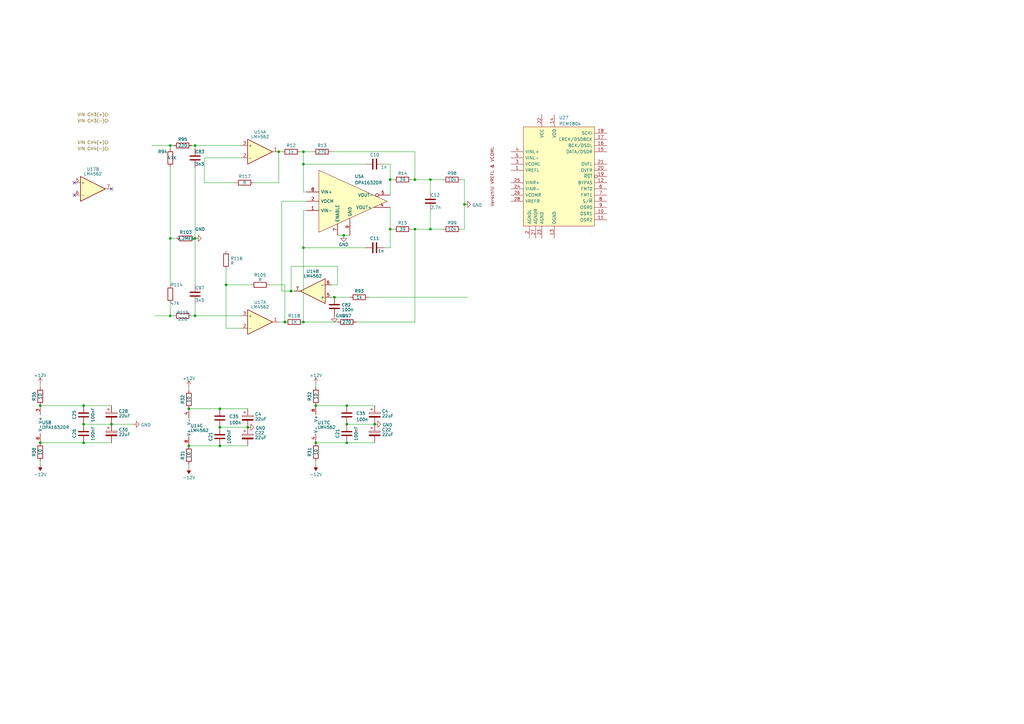
<source format=kicad_sch>
(kicad_sch (version 20230121) (generator eeschema)
  (paper "A3")
  (lib_symbols
    (symbol "Amplifier_Operational:LM4562" (pin_names (offset 0.127))
      (property "Reference" "U" (at 0 5.08 0))
      (property "Value" "LM4562" (at 0 -5.08 0))
      (symbol "LM4562_1_1"
        (polyline (pts (xy -5.08 5.08) (xy 5.08 0) (xy -5.08 -5.08) (xy -5.08 5.08)) (stroke (width 0.254)) (fill (type background)))
        (pin output line (at 7.62 0 180) (length 2.54) (name "~") (number "1"))
        (pin input line (at -7.62 -2.54 0) (length 2.54) (name "-") (number "2"))
        (pin input line (at -7.62 2.54 0) (length 2.54) (name "+") (number "3"))
      )
      (symbol "LM4562_2_1"
        (polyline (pts (xy -5.08 5.08) (xy 5.08 0) (xy -5.08 -5.08) (xy -5.08 5.08)) (stroke (width 0.254)) (fill (type background)))
        (pin input line (at -7.62 2.54 0) (length 2.54) (name "+") (number "5"))
        (pin input line (at -7.62 -2.54 0) (length 2.54) (name "-") (number "6"))
        (pin output line (at 7.62 0 180) (length 2.54) (name "~") (number "7"))
      )
      (symbol "LM4562_3_1"
        (pin power_in line (at -2.54 -7.62 90) (length 3.81) (name "V-") (number "4"))
        (pin power_in line (at -2.54 7.62 270) (length 3.81) (name "V+") (number "8"))
      )
    )
    (symbol "Audio-DSP:OPA1632DR" (pin_names (offset 0.762)) (in_bom no) (on_board no)
      (property "Reference" "U" (at 8.89 11.43 0))
      (property "Value" "OPA1632DR" (at 8.89 8.89 0))
      (symbol "OPA1632DR_1_0"
        (pin passive line (at -15.24 -2.54 0) (length 5.08) (name "VIN-") (number "1"))
        (pin passive line (at -15.24 1.27 0) (length 5.08) (name "VOCM") (number "2"))
        (pin passive line (at 19.05 -1.27 180) (length 6.7056) (name "VOUT+") (number "4"))
        (pin passive inverted (at 19.05 3.81 180) (length 5.9944) (name "VOUT-") (number "5"))
        (pin passive line (at -2.54 -12.7 90) (length 4.699) (name "ENABLE") (number "7"))
        (pin passive line (at -15.24 5.08 0) (length 5.08) (name "VIN+") (number "8"))
      )
      (symbol "OPA1632DR_1_1"
        (polyline (pts (xy -10.16 13.97) (xy 17.78 1.27) (xy -10.16 -11.43) (xy -10.16 13.97)) (stroke (width 0.1524)) (fill (type background)))
        (pin passive line (at 2.54 -12.7 90) (length 6.9088) (name "GND") (number "9"))
      )
      (symbol "OPA1632DR_2_0"
        (pin passive line (at 0 7.62 270) (length 3.81) (name "V+") (number "3"))
        (pin passive line (at 0 -7.62 90) (length 3.81) (name "V-") (number "6"))
      )
    )
    (symbol "Audio-DSP:PCM1804" (pin_names (offset 0.762))
      (property "Reference" "U" (at 15.24 24.13 0))
      (property "Value" "PCM1804" (at 10.16 21.59 0))
      (symbol "PCM1804_0_1"
        (rectangle (start -10.16 20.32) (end 19.05 -20.32) (stroke (width 0.1524)) (fill (type background)))
        (rectangle (start 17.78 -22.86) (end 17.78 -22.86) (stroke (width 0.1524)))
      )
      (symbol "PCM1804_1_1"
        (text "Verschill VREFL & VCOML" (at -22.86 0 900) (effects (font (size 1.27 1.27))))
        (pin output line (at -15.24 2.54 0) (length 5.08) (name "VREFL") (number "1"))
        (pin input line (at 24.13 -15.24 180) (length 5.08) (name "OSR1") (number "10"))
        (pin input line (at 24.13 -17.78 180) (length 5.08) (name "OSR2") (number "11"))
        (pin input line (at 24.13 -2.54 180) (length 5.08) (name "BYPAS") (number "12"))
        (pin power_in line (at 2.54 -25.4 90) (length 5.08) (name "DGND") (number "13"))
        (pin power_in line (at 2.54 25.4 270) (length 5.08) (name "VDD") (number "14"))
        (pin output line (at 24.13 10.16 180) (length 5.08) (name "DATA/DSDR") (number "15"))
        (pin output line (at 24.13 12.7 180) (length 5.08) (name "BCK/DSDL") (number "16"))
        (pin output line (at 24.13 15.24 180) (length 5.08) (name "LRCK/DSDBCK") (number "17"))
        (pin input line (at 24.13 17.78 180) (length 5.08) (name "SCKI") (number "18"))
        (pin input inverted (at 24.13 0 180) (length 5.08) (name "~{RST}") (number "19"))
        (pin power_in line (at -7.62 -25.4 90) (length 5.08) (name "AGNDL") (number "2"))
        (pin output line (at 24.13 2.54 180) (length 5.08) (name "OVFR") (number "20"))
        (pin output line (at 24.13 5.08 180) (length 5.08) (name "OVFL") (number "21"))
        (pin power_in line (at -2.54 25.4 270) (length 5.08) (name "VCC") (number "22"))
        (pin power_in line (at -2.54 -25.4 90) (length 5.08) (name "AGND") (number "23"))
        (pin input line (at -15.24 -5.08 0) (length 5.08) (name "VINR-") (number "24"))
        (pin input line (at -15.24 -2.54 0) (length 5.08) (name "VINR+") (number "25"))
        (pin output line (at -15.24 -7.62 0) (length 5.08) (name "VCOMR") (number "26"))
        (pin power_in line (at -5.08 -25.4 90) (length 5.08) (name "AGNDR") (number "27"))
        (pin output line (at -15.24 -10.16 0) (length 5.08) (name "VREFR") (number "28"))
        (pin output line (at -15.24 5.08 0) (length 5.08) (name "VCOML") (number "3"))
        (pin input line (at -15.24 10.16 0) (length 5.08) (name "VINL+") (number "4"))
        (pin input line (at -15.24 7.62 0) (length 5.08) (name "VINL-") (number "5"))
        (pin input line (at 24.13 -5.08 180) (length 5.08) (name "FMT0") (number "6"))
        (pin input line (at 24.13 -7.62 180) (length 5.08) (name "FMT1") (number "7"))
        (pin input line (at 24.13 -10.16 180) (length 5.08) (name "S/~{M}") (number "8"))
        (pin input line (at 24.13 -12.7 180) (length 5.08) (name "OSR0") (number "9"))
      )
    )
    (symbol "Device:C" (pin_numbers hide) (pin_names (offset 0.254))
      (property "Reference" "C" (at 0.635 2.54 0))
      (property "Value" "C" (at 0.635 -2.54 0))
      (symbol "C_0_1"
        (polyline (pts (xy -2.032 -0.762) (xy 2.032 -0.762)) (stroke (width 0.508)))
        (polyline (pts (xy -2.032 0.762) (xy 2.032 0.762)) (stroke (width 0.508)))
      )
      (symbol "C_1_1"
        (pin passive line (at 0 3.81 270) (length 2.794) (name "~") (number "1"))
        (pin passive line (at 0 -3.81 90) (length 2.794) (name "~") (number "2"))
      )
    )
    (symbol "Device:C_Polarized" (pin_numbers hide) (pin_names (offset 0.254))
      (property "Reference" "C" (at 0.635 2.54 0))
      (property "Value" "C_Polarized" (at 0.635 -2.54 0))
      (symbol "C_Polarized_0_1"
        (rectangle (start -2.286 0.508) (end 2.286 1.016))
        (polyline (pts (xy -1.778 2.286) (xy -0.762 2.286)))
        (polyline (pts (xy -1.27 2.794) (xy -1.27 1.778)))
        (rectangle (start 2.286 -0.508) (end -2.286 -1.016) (fill (type outline)))
      )
      (symbol "C_Polarized_1_1"
        (pin passive line (at 0 3.81 270) (length 2.794) (name "~") (number "1"))
        (pin passive line (at 0 -3.81 90) (length 2.794) (name "~") (number "2"))
      )
    )
    (symbol "Device:R" (pin_numbers hide) (pin_names (offset 0))
      (property "Reference" "R" (at 2.032 0 90))
      (property "Value" "R" (at 0 0 90))
      (symbol "R_0_1"
        (rectangle (start -1.016 -2.54) (end 1.016 2.54) (stroke (width 0.254)))
      )
      (symbol "R_1_1"
        (pin passive line (at 0 3.81 270) (length 1.27) (name "~") (number "1"))
        (pin passive line (at 0 -3.81 90) (length 1.27) (name "~") (number "2"))
      )
    )
    (symbol "power:+12V" (power) (pin_names (offset 0))
      (property "Value" "+12V" (at 0 3.556 0))
      (symbol "+12V_0_1"
        (polyline (pts (xy -0.762 1.27) (xy 0 2.54)))
        (polyline (pts (xy 0 0) (xy 0 2.54)))
        (polyline (pts (xy 0 2.54) (xy 0.762 1.27)))
      )
      (symbol "+12V_1_1"
        (pin power_in line (at 0 0 90) (length 0) hide (name "+12V") (number "1"))
      )
    )
    (symbol "power:-12V" (power) (pin_names (offset 0))
      (property "Value" "-12V" (at 0 3.81 0))
      (symbol "-12V_0_0"
        (pin power_in line (at 0 0 90) (length 0) hide (name "-12V") (number "1"))
      )
      (symbol "-12V_0_1"
        (polyline (pts (xy 0 0) (xy 0 1.27) (xy 0.762 1.27) (xy 0 2.54) (xy -0.762 1.27) (xy 0 1.27)) (fill (type outline)))
      )
    )
    (symbol "power:GND" (power) (pin_names (offset 0))
      (property "Value" "GND" (at 0 -3.81 0))
      (symbol "GND_0_1"
        (polyline (pts (xy 0 0) (xy 0 -1.27) (xy 1.27 -1.27) (xy 0 -2.54) (xy -1.27 -1.27) (xy 0 -1.27)))
      )
      (symbol "GND_1_1"
        (pin power_in line (at 0 0 270) (length 0) hide (name "GND") (number "1"))
      )
    )
  )
  (junction (at 69.85 97.79))
  (junction (at 80.01 129.54))
  (junction (at 34.29 181.61))
  (junction (at 142.24 181.61))
  (junction (at 170.18 93.98))
  (junction (at 129.54 181.61))
  (junction (at 176.53 93.98))
  (junction (at 116.84 132.08))
  (junction (at 114.3 62.23))
  (junction (at 119.38 119.38))
  (junction (at 45.72 173.99))
  (junction (at 142.24 173.99))
  (junction (at 16.51 181.61))
  (junction (at 77.47 182.88))
  (junction (at 80.01 97.79))
  (junction (at 190.5 83.82))
  (junction (at 90.17 182.88))
  (junction (at 142.24 166.37))
  (junction (at 160.02 93.98))
  (junction (at 34.29 166.37))
  (junction (at 90.17 167.64))
  (junction (at 170.18 73.66))
  (junction (at 80.01 59.69))
  (junction (at 129.54 166.37))
  (junction (at 90.17 175.26))
  (junction (at 77.47 167.64))
  (junction (at 176.53 73.66))
  (junction (at 101.6 175.26))
  (junction (at 137.16 121.92))
  (junction (at 124.46 67.31))
  (junction (at 124.46 132.08))
  (junction (at 69.85 59.69))
  (junction (at 16.51 166.37))
  (junction (at 153.67 173.99))
  (junction (at 69.85 129.54))
  (junction (at 34.29 173.99))
  (junction (at 124.46 62.23))
  (junction (at 140.97 96.52))
  (junction (at 92.71 116.84))
  (junction (at 160.02 73.66))
  (junction (at 124.46 101.6))
  (no_connect (at 30.48 74.93))
  (no_connect (at 45.72 77.47))
  (no_connect (at 30.48 80.01))
  (wire (pts (xy 78.74 59.69) (xy 80.01 59.69)))
  (wire (pts (xy 92.71 134.62) (xy 99.06 134.62)))
  (wire (pts (xy 160.02 93.98) (xy 161.29 93.98)))
  (wire (pts (xy 129.54 166.37) (xy 142.24 166.37)))
  (wire (pts (xy 115.57 62.23) (xy 114.3 62.23)))
  (wire (pts (xy 170.18 62.23) (xy 170.18 73.66)))
  (wire (pts (xy 114.3 132.08) (xy 116.84 132.08)))
  (wire (pts (xy 83.82 74.93) (xy 96.52 74.93)))
  (wire (pts (xy 168.91 73.66) (xy 170.18 73.66)))
  (wire (pts (xy 115.57 82.55) (xy 125.73 82.55)))
  (wire (pts (xy 160.02 101.6) (xy 160.02 93.98)))
  (wire (pts (xy 170.18 132.08) (xy 146.05 132.08)))
  (wire (pts (xy 92.71 110.49) (xy 92.71 116.84)))
  (wire (pts (xy 69.85 124.46) (xy 69.85 129.54)))
  (wire (pts (xy 16.51 189.23) (xy 16.51 190.5)))
  (wire (pts (xy 176.53 93.98) (xy 181.61 93.98)))
  (wire (pts (xy 189.23 93.98) (xy 190.5 93.98)))
  (wire (pts (xy 138.43 116.84) (xy 138.43 109.22)))
  (wire (pts (xy 157.48 101.6) (xy 160.02 101.6)))
  (wire (pts (xy 69.85 60.96) (xy 69.85 59.69)))
  (wire (pts (xy 137.16 121.92) (xy 143.51 121.92)))
  (wire (pts (xy 129.54 157.48) (xy 129.54 158.75)))
  (wire (pts (xy 124.46 62.23) (xy 124.46 67.31)))
  (wire (pts (xy 124.46 101.6) (xy 124.46 132.08)))
  (wire (pts (xy 160.02 67.31) (xy 160.02 73.66)))
  (wire (pts (xy 129.54 189.23) (xy 129.54 190.5)))
  (wire (pts (xy 160.02 73.66) (xy 161.29 73.66)))
  (wire (pts (xy 125.73 86.36) (xy 124.46 86.36)))
  (wire (pts (xy 129.54 181.61) (xy 142.24 181.61)))
  (wire (pts (xy 176.53 73.66) (xy 181.61 73.66)))
  (wire (pts (xy 135.89 121.92) (xy 137.16 121.92)))
  (wire (pts (xy 170.18 93.98) (xy 170.18 132.08)))
  (wire (pts (xy 80.01 60.96) (xy 80.01 59.69)))
  (wire (pts (xy 168.91 93.98) (xy 170.18 93.98)))
  (wire (pts (xy 83.82 64.77) (xy 83.82 74.93)))
  (wire (pts (xy 176.53 86.36) (xy 176.53 93.98)))
  (wire (pts (xy 80.01 68.58) (xy 80.01 97.79)))
  (wire (pts (xy 34.29 173.99) (xy 45.72 173.99)))
  (wire (pts (xy 77.47 182.88) (xy 90.17 182.88)))
  (wire (pts (xy 124.46 67.31) (xy 149.86 67.31)))
  (wire (pts (xy 77.47 158.75) (xy 77.47 160.02)))
  (wire (pts (xy 80.01 59.69) (xy 99.06 59.69)))
  (wire (pts (xy 124.46 67.31) (xy 124.46 78.74)))
  (wire (pts (xy 90.17 167.64) (xy 101.6 167.64)))
  (wire (pts (xy 116.84 116.84) (xy 116.84 132.08)))
  (wire (pts (xy 119.38 119.38) (xy 120.65 119.38)))
  (wire (pts (xy 16.51 181.61) (xy 34.29 181.61)))
  (wire (pts (xy 80.01 124.46) (xy 80.01 129.54)))
  (wire (pts (xy 160.02 73.66) (xy 160.02 80.01)))
  (wire (pts (xy 115.57 82.55) (xy 115.57 119.38)))
  (wire (pts (xy 176.53 93.98) (xy 170.18 93.98)))
  (wire (pts (xy 34.29 181.61) (xy 45.72 181.61)))
  (wire (pts (xy 151.13 121.92) (xy 191.77 121.92)))
  (wire (pts (xy 114.3 62.23) (xy 114.3 74.93)))
  (wire (pts (xy 138.43 132.08) (xy 124.46 132.08)))
  (wire (pts (xy 176.53 73.66) (xy 170.18 73.66)))
  (wire (pts (xy 90.17 182.88) (xy 101.6 182.88)))
  (wire (pts (xy 16.51 166.37) (xy 34.29 166.37)))
  (wire (pts (xy 92.71 116.84) (xy 92.71 134.62)))
  (wire (pts (xy 69.85 59.69) (xy 71.12 59.69)))
  (wire (pts (xy 124.46 86.36) (xy 124.46 101.6)))
  (wire (pts (xy 142.24 181.61) (xy 153.67 181.61)))
  (wire (pts (xy 71.12 129.54) (xy 69.85 129.54)))
  (wire (pts (xy 124.46 78.74) (xy 125.73 78.74)))
  (wire (pts (xy 104.14 74.93) (xy 114.3 74.93)))
  (wire (pts (xy 157.48 67.31) (xy 160.02 67.31)))
  (wire (pts (xy 34.29 166.37) (xy 45.72 166.37)))
  (wire (pts (xy 80.01 129.54) (xy 99.06 129.54)))
  (wire (pts (xy 77.47 190.5) (xy 77.47 191.77)))
  (wire (pts (xy 102.87 116.84) (xy 92.71 116.84)))
  (wire (pts (xy 190.5 83.82) (xy 190.5 93.98)))
  (wire (pts (xy 115.57 119.38) (xy 119.38 119.38)))
  (wire (pts (xy 135.89 116.84) (xy 138.43 116.84)))
  (wire (pts (xy 62.23 59.69) (xy 69.85 59.69)))
  (wire (pts (xy 119.38 109.22) (xy 119.38 119.38)))
  (wire (pts (xy 160.02 93.98) (xy 160.02 85.09)))
  (wire (pts (xy 138.43 96.52) (xy 140.97 96.52)))
  (wire (pts (xy 138.43 109.22) (xy 119.38 109.22)))
  (wire (pts (xy 142.24 166.37) (xy 153.67 166.37)))
  (wire (pts (xy 78.74 129.54) (xy 80.01 129.54)))
  (wire (pts (xy 69.85 68.58) (xy 69.85 97.79)))
  (wire (pts (xy 135.89 62.23) (xy 170.18 62.23)))
  (wire (pts (xy 190.5 73.66) (xy 190.5 83.82)))
  (wire (pts (xy 80.01 97.79) (xy 80.01 116.84)))
  (wire (pts (xy 142.24 173.99) (xy 153.67 173.99)))
  (wire (pts (xy 124.46 101.6) (xy 149.86 101.6)))
  (wire (pts (xy 69.85 97.79) (xy 72.39 97.79)))
  (wire (pts (xy 69.85 97.79) (xy 69.85 116.84)))
  (wire (pts (xy 63.5 129.54) (xy 69.85 129.54)))
  (wire (pts (xy 83.82 64.77) (xy 99.06 64.77)))
  (wire (pts (xy 189.23 73.66) (xy 190.5 73.66)))
  (wire (pts (xy 176.53 73.66) (xy 176.53 78.74)))
  (wire (pts (xy 123.19 62.23) (xy 124.46 62.23)))
  (wire (pts (xy 16.51 157.48) (xy 16.51 158.75)))
  (wire (pts (xy 124.46 62.23) (xy 128.27 62.23)))
  (wire (pts (xy 45.72 173.99) (xy 54.61 173.99)))
  (wire (pts (xy 90.17 175.26) (xy 101.6 175.26)))
  (wire (pts (xy 77.47 167.64) (xy 90.17 167.64)))
  (wire (pts (xy 140.97 96.52) (xy 143.51 96.52)))
  (wire (pts (xy 110.49 116.84) (xy 116.84 116.84)))
  (hierarchical_label "VIN CH3(-)" (shape input) (at 44.45 49.53 180))
  (hierarchical_label "VIN CH3(+)" (shape input) (at 44.45 46.99 180))
  (hierarchical_label "VIN CH4(+)" (shape input) (at 44.45 58.42 180))
  (hierarchical_label "VIN CH4(-)" (shape input) (at 44.45 60.96 180))
  (symbol (lib_id "Device:R") (at 74.93 129.54 90) (unit 1)
    (property "Reference" "R115" (at 74.93 128.27 90))
    (property "Value" "220" (at 74.93 130.81 90))
  )
  (symbol (lib_id "Device:R") (at 69.85 120.65 0) (unit 1)
    (property "Reference" "R114" (at 69.85 116.84 0) (effects (justify left)))
    (property "Value" "47K" (at 69.85 124.46 0) (effects (justify left)))
  )
  (symbol (lib_id "Amplifier_Operational:LM4562") (at 106.68 132.08 0) (unit 1)
    (property "Reference" "U17" (at 106.68 123.9901 0))
    (property "Value" "LM4562" (at 106.68 125.9111 0))
    (property "Datasheet" "http://www.ti.com/lit/ds/symlink/lm4562.pdf" (effects hide))
  )
  (symbol (lib_id "Device:R") (at 120.65 132.08 90) (unit 1)
    (property "Reference" "R118" (at 120.65 129.54 90))
    (property "Value" "1K" (at 120.65 132.08 90))
  )
  (symbol (lib_id "Device:C_Polarized") (at 153.67 177.8 0) (unit 1)
    (property "Reference" "C22" (at 156.591 176.2673 0) (effects (justify left)))
    (property "Value" "22uF" (at 156.591 178.1883 0) (effects (justify left)))
    (property "Footprint" "Capacitor_THT:CP_Radial_D5.0mm_P2.00mm" (effects hide))
    (instances (project "Main board" (path "" (reference "C22") (unit 1)) (path "" (reference "C33") (unit 1)) (path "" (reference "C87") (unit 1)) (path "" (reference "C109") (unit 1))))
  )
  (symbol (lib_id "Device:C") (at 80.01 120.65 0) (unit 1)
    (property "Reference" "C97" (at 80.01 118.11 0) (effects (justify left)))
    (property "Value" "3n3" (at 80.01 123.19 0) (effects (justify left)))
  )
  (symbol (lib_id "Device:R") (at 129.54 162.56 180) (unit 1)
    (property "Reference" "R32" (at 127 162.56 90))
    (property "Value" "10" (at 129.54 162.56 90))
    (property "Footprint" "Resistor_SMD:R_0805_2012Metric" (effects hide))
    (instances (project "Main board" (path "" (reference "R32") (unit 1)) (path "" (reference "R39") (unit 1)) (path "" (reference "R88") (unit 1)) (path "" (reference "R123") (unit 1))))
  )
  (symbol (lib_id "Device:R") (at 76.2 97.79 90) (unit 1)
    (property "Reference" "R103" (at 76.2 95.25 90))
    (property "Value" "2.2MEG" (at 76.2 97.79 90))
  )
  (symbol (lib_id "Device:C") (at 142.24 170.18 0) (unit 1)
    (property "Reference" "C35" (at 146.05 169.545 0) (effects (justify left)))
    (property "Value" "100n" (at 146.05 172.085 0) (effects (justify left)))
    (property "Footprint" "Capacitor_SMD:C_0805_2012Metric" (effects hide))
    (instances (project "Main board" (path "" (reference "C35") (unit 1)) (path "" (reference "C29") (unit 1)) (path "" (reference "C84") (unit 1)) (path "" (reference "C106") (unit 1))))
  )
  (symbol (lib_id "power:GND") (at 101.6 175.26 90) (unit 1)
    (property "Reference" "#PWR028" (effects hide))
    (property "Value" "GND" (at 104.775 175.5768 90) (effects (justify right)))
    (instances (project "Main board" (path "" (reference "#PWR028") (unit 1)) (path "" (reference "#PWR021") (unit 1)) (path "" (reference "#PWR080") (unit 1)) (path "" (reference "#PWR093") (unit 1))))
  )
  (symbol (lib_id "Device:C_Polarized") (at 101.6 171.45 0) (unit 1)
    (property "Reference" "C4" (at 104.521 169.9173 0) (effects (justify left)))
    (property "Value" "22uF" (at 104.521 171.8383 0) (effects (justify left)))
    (property "Footprint" "Capacitor_THT:CP_Radial_D5.0mm_P2.00mm" (effects hide))
    (instances (project "Main board" (path "" (reference "C4") (unit 1)) (path "" (reference "C32") (unit 1)) (path "" (reference "C86") (unit 1)) (path "" (reference "C104") (unit 1))))
  )
  (symbol (lib_id "power:-12V") (at 16.51 190.5 180) (unit 1)
    (property "Reference" "#PWR032" (effects hide))
    (property "Value" "-12V" (at 16.51 194.6355 0))
    (instances (project "Main board" (path "" (reference "#PWR032") (unit 1)) (path "" (reference "#PWR082") (unit 1)) (path "" (reference "#PWR089") (unit 1))))
  )
  (symbol (lib_id "Device:R") (at 16.51 185.42 180) (unit 1)
    (property "Reference" "R38" (at 13.97 185.42 90))
    (property "Value" "10" (at 16.51 185.42 90))
    (property "Footprint" "Resistor_SMD:R_0805_2012Metric" (effects hide))
    (instances (project "Main board" (path "" (reference "R38") (unit 1)) (path "" (reference "R101") (unit 1)) (path "" (reference "R120") (unit 1))))
  )
  (symbol (lib_id "Device:R") (at 129.54 185.42 180) (unit 1)
    (property "Reference" "R31" (at 127 185.42 90))
    (property "Value" "10" (at 129.54 185.42 90))
    (property "Footprint" "Resistor_SMD:R_0805_2012Metric" (effects hide))
    (instances (project "Main board" (path "" (reference "R31") (unit 1)) (path "" (reference "R40") (unit 1)) (path "" (reference "R90") (unit 1)) (path "" (reference "R124") (unit 1))))
  )
  (symbol (lib_id "Device:R") (at 165.1 93.98 90) (unit 1)
    (property "Reference" "R15" (at 165.1 91.44 90))
    (property "Value" "39" (at 165.1 93.98 90))
    (property "Footprint" "Resistor_SMD:R_0805_2012Metric" (effects hide))
    (instances (project "Main board" (path "" (reference "R15") (unit 1)) (path "" (reference "R92") (unit 1)) (path "" (reference "R111") (unit 1))))
  )
  (symbol (lib_id "Device:R") (at 16.51 162.56 180) (unit 1)
    (property "Reference" "R36" (at 13.97 162.56 90))
    (property "Value" "10" (at 16.51 162.56 90))
    (property "Footprint" "Resistor_SMD:R_0805_2012Metric" (effects hide))
    (instances (project "Main board" (path "" (reference "R36") (unit 1)) (path "" (reference "R100") (unit 1)) (path "" (reference "R119") (unit 1))))
  )
  (symbol (lib_id "power:GND") (at 80.01 97.79 90) (unit 1)
    (property "Reference" "#PWR084" (effects hide))
    (property "Value" "GND" (at 80.01 93.98 90) (effects (justify right)))
  )
  (symbol (lib_id "Amplifier_Operational:LM4562") (at 74.93 175.26 180) (unit 3)
    (property "Reference" "U14" (at 78.105 174.6163 0) (effects (justify right)))
    (property "Value" "LM4562" (at 78.105 176.5373 0) (effects (justify right)))
    (property "Datasheet" "http://www.ti.com/lit/ds/symlink/lm4562.pdf" (effects hide))
  )
  (symbol (lib_id "power:GND") (at 153.67 173.99 90) (unit 1)
    (property "Reference" "#PWR028" (effects hide))
    (property "Value" "GND" (at 156.845 174.3068 90) (effects (justify right)))
    (instances (project "Main board" (path "" (reference "#PWR028") (unit 1)) (path "" (reference "#PWR021") (unit 1)) (path "" (reference "#PWR080") (unit 1)) (path "" (reference "#PWR096") (unit 1))))
  )
  (symbol (lib_id "power:-12V") (at 129.54 190.5 180) (unit 1)
    (property "Reference" "#PWR015" (effects hide))
    (property "Value" "-12V" (at 129.54 194.6355 0))
    (instances (project "Main board" (path "" (reference "#PWR015") (unit 1)) (path "" (reference "#PWR018") (unit 1)) (path "" (reference "#PWR079") (unit 1)) (path "" (reference "#PWR095") (unit 1))))
  )
  (symbol (lib_id "Device:C") (at 34.29 177.8 0) (unit 1)
    (property "Reference" "C26" (at 30.48 177.8 90))
    (property "Value" "100nF" (at 38.1 177.8 90))
    (property "Footprint" "Capacitor_SMD:C_0805_2012Metric" (effects hide))
    (instances (project "Main board" (path "" (reference "C26") (unit 1)) (path "" (reference "C89") (unit 1)) (path "" (reference "C99") (unit 1))))
  )
  (symbol (lib_id "Device:C") (at 153.67 101.6 90) (unit 1)
    (property "Reference" "C11" (at 153.67 97.79 90))
    (property "Value" "1n" (at 156.21 102.87 90))
    (property "Footprint" "Capacitor_SMD:C_0805_2012Metric" (effects hide))
    (instances (project "Main board" (path "" (reference "C11") (unit 1)) (path "" (reference "C80") (unit 1)) (path "" (reference "C95") (unit 1))))
  )
  (symbol (lib_id "Device:R") (at 69.85 64.77 0) (unit 1)
    (property "Reference" "R94" (at 64.77 62.23 0) (effects (justify left)))
    (property "Value" "47K" (at 68.58 64.77 0) (effects (justify left)))
    (instances (project "Main board" (path "" (reference "R94") (unit 1)) (path "" (reference "R102") (unit 1))))
  )
  (symbol (lib_id "power:GND") (at 140.97 96.52 0) (unit 1)
    (property "Reference" "#PWR08" (effects hide))
    (property "Value" "GND" (at 140.97 100.33 0))
    (instances (project "Main board" (path "" (reference "#PWR08") (unit 1)) (path "" (reference "#PWR075") (unit 1)) (path "" (reference "#PWR087") (unit 1))))
  )
  (symbol (lib_id "Device:C") (at 142.24 177.8 0) (unit 1)
    (property "Reference" "C21" (at 138.43 177.8 90))
    (property "Value" "100nF" (at 146.05 177.8 90))
    (property "Footprint" "Capacitor_SMD:C_0805_2012Metric" (effects hide))
    (instances (project "Main board" (path "" (reference "C21") (unit 1)) (path "" (reference "C31") (unit 1)) (path "" (reference "C85") (unit 1)) (path "" (reference "C107") (unit 1))))
  )
  (symbol (lib_id "Amplifier_Operational:LM4562") (at 132.08 173.99 0) (unit 3)
    (property "Reference" "U17" (at 130.175 173.3463 0) (effects (justify left)))
    (property "Value" "LM4562" (at 130.175 175.2673 0) (effects (justify left)))
    (property "Datasheet" "http://www.ti.com/lit/ds/symlink/lm4562.pdf" (effects hide))
  )
  (symbol (lib_id "Device:C") (at 80.01 64.77 0) (unit 1)
    (property "Reference" "C83" (at 80.01 62.23 0) (effects (justify left)))
    (property "Value" "3n3" (at 80.01 67.31 0) (effects (justify left)))
    (instances (project "Main board" (path "" (reference "C83") (unit 1)) (path "" (reference "C92") (unit 1))))
  )
  (symbol (lib_id "power:-12V") (at 77.47 191.77 180) (unit 1)
    (property "Reference" "#PWR015" (effects hide))
    (property "Value" "-12V" (at 77.47 195.9055 0))
    (instances (project "Main board" (path "" (reference "#PWR015") (unit 1)) (path "" (reference "#PWR018") (unit 1)) (path "" (reference "#PWR079") (unit 1)) (path "" (reference "#PWR092") (unit 1))))
  )
  (symbol (lib_id "power:GND") (at 54.61 173.99 90) (unit 1)
    (property "Reference" "#PWR033" (effects hide))
    (property "Value" "GND" (at 57.785 174.3068 90) (effects (justify right)))
    (instances (project "Main board" (path "" (reference "#PWR033") (unit 1)) (path "" (reference "#PWR083") (unit 1)) (path "" (reference "#PWR090") (unit 1))))
  )
  (symbol (lib_id "Device:R") (at 106.68 116.84 90) (unit 1)
    (property "Reference" "R105" (at 106.68 112.8141 90))
    (property "Value" "R" (at 106.68 114.7351 90))
  )
  (symbol (lib_id "Device:R") (at 119.38 62.23 90) (unit 1)
    (property "Reference" "R12" (at 119.38 59.69 90))
    (property "Value" "1k" (at 119.38 62.23 90))
    (property "Footprint" "Resistor_SMD:R_0805_2012Metric" (effects hide))
    (instances (project "Main board" (path "" (reference "R12") (unit 1)) (path "" (reference "R87") (unit 1)) (path "" (reference "R106") (unit 1))))
  )
  (symbol (lib_id "Device:C") (at 176.53 82.55 0) (unit 1)
    (property "Reference" "C12" (at 176.53 80.01 0) (effects (justify left)))
    (property "Value" "2.7n" (at 176.53 85.09 0) (effects (justify left)))
    (property "Footprint" "Capacitor_SMD:C_0805_2012Metric" (effects hide))
    (instances (project "Main board" (path "" (reference "C12") (unit 1)) (path "" (reference "C81") (unit 1)) (path "" (reference "C96") (unit 1))))
  )
  (symbol (lib_id "power:+12V") (at 16.51 157.48 0) (unit 1)
    (property "Reference" "#PWR031" (effects hide))
    (property "Value" "+12V" (at 16.51 153.9781 0))
    (instances (project "Main board" (path "" (reference "#PWR031") (unit 1)) (path "" (reference "#PWR081") (unit 1)) (path "" (reference "#PWR085") (unit 1))))
  )
  (symbol (lib_id "Device:C_Polarized") (at 153.67 170.18 0) (unit 1)
    (property "Reference" "C4" (at 156.591 168.6473 0) (effects (justify left)))
    (property "Value" "22uF" (at 156.591 170.5683 0) (effects (justify left)))
    (property "Footprint" "Capacitor_THT:CP_Radial_D5.0mm_P2.00mm" (effects hide))
    (instances (project "Main board" (path "" (reference "C4") (unit 1)) (path "" (reference "C32") (unit 1)) (path "" (reference "C86") (unit 1)) (path "" (reference "C108") (unit 1))))
  )
  (symbol (lib_id "Device:R") (at 165.1 73.66 90) (unit 1)
    (property "Reference" "R14" (at 165.1 71.12 90))
    (property "Value" "39" (at 165.1 73.66 90))
    (property "Footprint" "Resistor_SMD:R_0805_2012Metric" (effects hide))
    (instances (project "Main board" (path "" (reference "R14") (unit 1)) (path "" (reference "R91") (unit 1)) (path "" (reference "R110") (unit 1))))
  )
  (symbol (lib_id "Device:C_Polarized") (at 45.72 177.8 0) (unit 1)
    (property "Reference" "C30" (at 48.641 176.2673 0) (effects (justify left)))
    (property "Value" "22uF" (at 48.641 178.1883 0) (effects (justify left)))
    (property "Footprint" "Capacitor_THT:CP_Radial_D5.0mm_P2.00mm" (effects hide))
    (instances (project "Main board" (path "" (reference "C30") (unit 1)) (path "" (reference "C91") (unit 1)) (path "" (reference "C101") (unit 1))))
  )
  (symbol (lib_id "Amplifier_Operational:LM4562") (at 106.68 62.23 0) (unit 1)
    (property "Reference" "U14" (at 106.68 54.1401 0))
    (property "Value" "LM4562" (at 106.68 56.0611 0))
    (property "Datasheet" "http://www.ti.com/lit/ds/symlink/lm4562.pdf" (effects hide))
  )
  (symbol (lib_id "Device:R") (at 147.32 121.92 90) (unit 1)
    (property "Reference" "R93" (at 147.32 119.38 90))
    (property "Value" "1k" (at 147.32 121.92 90))
    (instances (project "Main board" (path "" (reference "R93") (unit 1)) (path "" (reference "R109") (unit 1))))
  )
  (symbol (lib_id "Device:C") (at 153.67 67.31 90) (unit 1)
    (property "Reference" "C10" (at 153.67 63.5 90))
    (property "Value" "1n" (at 157.48 68.58 90))
    (property "Footprint" "Capacitor_SMD:C_0805_2012Metric" (effects hide))
    (instances (project "Main board" (path "" (reference "C10") (unit 1)) (path "" (reference "C79") (unit 1)) (path "" (reference "C94") (unit 1))))
  )
  (symbol (lib_id "Device:R") (at 92.71 106.68 0) (unit 1)
    (property "Reference" "R116" (at 94.488 106.0363 0) (effects (justify left)))
    (property "Value" "R" (at 94.488 107.9573 0) (effects (justify left)))
  )
  (symbol (lib_id "Device:C_Polarized") (at 45.72 170.18 0) (unit 1)
    (property "Reference" "C28" (at 48.641 168.6473 0) (effects (justify left)))
    (property "Value" "22uF" (at 48.641 170.5683 0) (effects (justify left)))
    (property "Footprint" "Capacitor_THT:CP_Radial_D5.0mm_P2.00mm" (effects hide))
    (instances (project "Main board" (path "" (reference "C28") (unit 1)) (path "" (reference "C90") (unit 1)) (path "" (reference "C100") (unit 1))))
  )
  (symbol (lib_id "Amplifier_Operational:LM4562") (at 128.27 119.38 180) (unit 2)
    (property "Reference" "U14" (at 128.27 111.2901 0))
    (property "Value" "LM4562" (at 128.27 113.2111 0))
    (property "Datasheet" "http://www.ti.com/lit/ds/symlink/lm4562.pdf" (effects hide))
  )
  (symbol (lib_id "Device:C") (at 34.29 170.18 0) (unit 1)
    (property "Reference" "C25" (at 30.48 170.18 90))
    (property "Value" "100nF" (at 38.1 170.18 90))
    (property "Footprint" "Capacitor_SMD:C_0805_2012Metric" (effects hide))
    (instances (project "Main board" (path "" (reference "C25") (unit 1)) (path "" (reference "C88") (unit 1)) (path "" (reference "C98") (unit 1))))
  )
  (symbol (lib_id "Device:R") (at 74.93 59.69 90) (unit 1)
    (property "Reference" "R95" (at 74.93 57.15 90))
    (property "Value" "220" (at 74.93 59.69 90))
    (instances (project "Main board" (path "" (reference "R95") (unit 1)) (path "" (reference "R104") (unit 1))))
  )
  (symbol (lib_id "Device:C_Polarized") (at 101.6 179.07 0) (unit 1)
    (property "Reference" "C22" (at 104.521 177.5373 0) (effects (justify left)))
    (property "Value" "22uF" (at 104.521 179.4583 0) (effects (justify left)))
    (property "Footprint" "Capacitor_THT:CP_Radial_D5.0mm_P2.00mm" (effects hide))
    (instances (project "Main board" (path "" (reference "C22") (unit 1)) (path "" (reference "C33") (unit 1)) (path "" (reference "C87") (unit 1)) (path "" (reference "C105") (unit 1))))
  )
  (symbol (lib_id "Device:C") (at 90.17 179.07 0) (unit 1)
    (property "Reference" "C21" (at 86.36 179.07 90))
    (property "Value" "100nF" (at 93.98 179.07 90))
    (property "Footprint" "Capacitor_SMD:C_0805_2012Metric" (effects hide))
    (instances (project "Main board" (path "" (reference "C21") (unit 1)) (path "" (reference "C31") (unit 1)) (path "" (reference "C85") (unit 1)) (path "" (reference "C103") (unit 1))))
  )
  (symbol (lib_id "Device:R") (at 100.33 74.93 90) (unit 1)
    (property "Reference" "R117" (at 100.33 72.39 90))
    (property "Value" "R" (at 100.33 74.93 90))
  )
  (symbol (lib_id "Device:R") (at 77.47 186.69 180) (unit 1)
    (property "Reference" "R31" (at 74.93 186.69 90))
    (property "Value" "10" (at 77.47 186.69 90))
    (property "Footprint" "Resistor_SMD:R_0805_2012Metric" (effects hide))
    (instances (project "Main board" (path "" (reference "R31") (unit 1)) (path "" (reference "R40") (unit 1)) (path "" (reference "R90") (unit 1)) (path "" (reference "R122") (unit 1))))
  )
  (symbol (lib_id "Device:R") (at 142.24 132.08 90) (unit 1)
    (property "Reference" "R97" (at 142.24 129.54 90))
    (property "Value" "270" (at 142.24 132.08 90))
    (instances (project "Main board" (path "" (reference "R97") (unit 1)) (path "" (reference "R108") (unit 1))))
  )
  (symbol (lib_id "power:+12V") (at 129.54 157.48 0) (unit 1)
    (property "Reference" "#PWR014" (effects hide))
    (property "Value" "+12V" (at 129.54 153.9781 0))
    (instances (project "Main board" (path "" (reference "#PWR014") (unit 1)) (path "" (reference "#PWR013") (unit 1)) (path "" (reference "#PWR078") (unit 1)) (path "" (reference "#PWR094") (unit 1))))
  )
  (symbol (lib_id "Audio-DSP:PCM1804") (at 224.79 72.39 0) (unit 1)
    (property "Reference" "U27" (at 229.2859 48.26 0) (effects (justify left)))
    (property "Value" "PCM1804" (at 229.2859 50.8 0) (effects (justify left)))
    (property "Footprint" "Package_SO:SSOP-28_5.3x10.2mm_P0.65mm" (effects hide))
    (property "Datasheet" "https://nl.mouser.com/ProductDetail/Texas-Instruments/PCM1804DBR?qs=wgAEGBTxy7lnBW3YYZcxMA%3D%3D" (effects hide))
  )
  (symbol (lib_id "Device:R") (at 77.47 163.83 180) (unit 1)
    (property "Reference" "R32" (at 74.93 163.83 90))
    (property "Value" "10" (at 77.47 163.83 90))
    (property "Footprint" "Resistor_SMD:R_0805_2012Metric" (effects hide))
    (instances (project "Main board" (path "" (reference "R32") (unit 1)) (path "" (reference "R39") (unit 1)) (path "" (reference "R88") (unit 1)) (path "" (reference "R121") (unit 1))))
  )
  (symbol (lib_id "power:GND") (at 137.16 129.54 0) (unit 1)
    (property "Reference" "#PWR076" (effects hide))
    (property "Value" "GND" (at 139.7 129.54 0))
    (instances (project "Main board" (path "" (reference "#PWR076") (unit 1)) (path "" (reference "#PWR086") (unit 1))))
  )
  (symbol (lib_id "Device:R") (at 185.42 93.98 90) (unit 1)
    (property "Reference" "R99" (at 185.42 91.44 90))
    (property "Value" "10k" (at 185.42 93.98 90))
    (instances (project "Main board" (path "" (reference "R99") (unit 1)) (path "" (reference "R113") (unit 1))))
  )
  (symbol (lib_id "Audio-DSP:OPA1632DR") (at 16.51 173.99 0) (unit 2) (in_bom no) (on_board no)
    (property "Reference" "U5" (at 17.145 173.3463 0) (effects (justify left)))
    (property "Value" "OPA1632DR" (at 17.145 175.2673 0) (effects (justify left)))
    (property "Footprint" "Audio_DSP:VSSOP-8_3.0x3.0mm_P0.65_TP1.8x1.5" (effects hide))
    (property "Datasheet" "https://eu.mouser.com/ProductDetail/Texas-Instruments/OPA1632DGNR?qs=7nS3%252BbEUL6t46Xk02kKOHg%3D%3D" (effects hide))
  )
  (symbol (lib_id "Audio-DSP:OPA1632DR") (at 140.97 83.82 0) (unit 1) (in_bom no) (on_board no)
    (property "Reference" "U5" (at 147.32 72.39 0))
    (property "Value" "OPA1632DR" (at 151.13 74.93 0))
    (property "Footprint" "Audio_DSP:VSSOP-8_3.0x3.0mm_P0.65_TP1.8x1.5" (effects hide))
    (property "Datasheet" "https://eu.mouser.com/ProductDetail/Texas-Instruments/OPA1632DGNR?qs=7nS3%252BbEUL6t46Xk02kKOHg%3D%3D" (effects hide))
  )
  (symbol (lib_id "power:GND") (at 190.5 83.82 90) (unit 1)
    (property "Reference" "#PWR077" (effects hide))
    (property "Value" "GND" (at 193.675 84.1368 90) (effects (justify right)))
    (instances (project "Main board" (path "" (reference "#PWR077") (unit 1)) (path "" (reference "#PWR088") (unit 1))))
  )
  (symbol (lib_id "power:+12V") (at 77.47 158.75 0) (unit 1)
    (property "Reference" "#PWR014" (effects hide))
    (property "Value" "+12V" (at 77.47 155.2481 0))
    (instances (project "Main board" (path "" (reference "#PWR014") (unit 1)) (path "" (reference "#PWR013") (unit 1)) (path "" (reference "#PWR078") (unit 1)) (path "" (reference "#PWR091") (unit 1))))
  )
  (symbol (lib_id "Device:C") (at 137.16 125.73 0) (unit 1)
    (property "Reference" "C82" (at 140.081 125.0863 0) (effects (justify left)))
    (property "Value" "100n" (at 140.081 127.0073 0) (effects (justify left)))
    (instances (project "Main board" (path "" (reference "C82") (unit 1)) (path "" (reference "C93") (unit 1))))
  )
  (symbol (lib_id "Device:R") (at 132.08 62.23 90) (unit 1)
    (property "Reference" "R13" (at 132.08 59.69 90))
    (property "Value" "270" (at 132.08 62.23 90))
    (property "Footprint" "Resistor_SMD:R_0805_2012Metric" (effects hide))
    (instances (project "Main board" (path "" (reference "R13") (unit 1)) (path "" (reference "R89") (unit 1)) (path "" (reference "R107") (unit 1))))
  )
  (symbol (lib_id "Device:R") (at 185.42 73.66 90) (unit 1)
    (property "Reference" "R98" (at 185.42 71.12 90))
    (property "Value" "10k" (at 185.42 73.66 90))
    (instances (project "Main board" (path "" (reference "R98") (unit 1)) (path "" (reference "R112") (unit 1))))
  )
  (symbol (lib_id "Device:C") (at 90.17 171.45 0) (unit 1)
    (property "Reference" "C35" (at 93.98 170.815 0) (effects (justify left)))
    (property "Value" "100n" (at 93.98 173.355 0) (effects (justify left)))
    (property "Footprint" "Capacitor_SMD:C_0805_2012Metric" (effects hide))
    (instances (project "Main board" (path "" (reference "C35") (unit 1)) (path "" (reference "C29") (unit 1)) (path "" (reference "C84") (unit 1)) (path "" (reference "C102") (unit 1))))
  )
  (symbol (lib_id "Amplifier_Operational:LM4562") (at 38.1 77.47 0) (unit 2)
    (property "Reference" "U17" (at 38.1 69.3801 0))
    (property "Value" "LM4562" (at 38.1 71.3011 0))
    (property "Datasheet" "http://www.ti.com/lit/ds/symlink/lm4562.pdf" (effects hide))
  )
)
</source>
